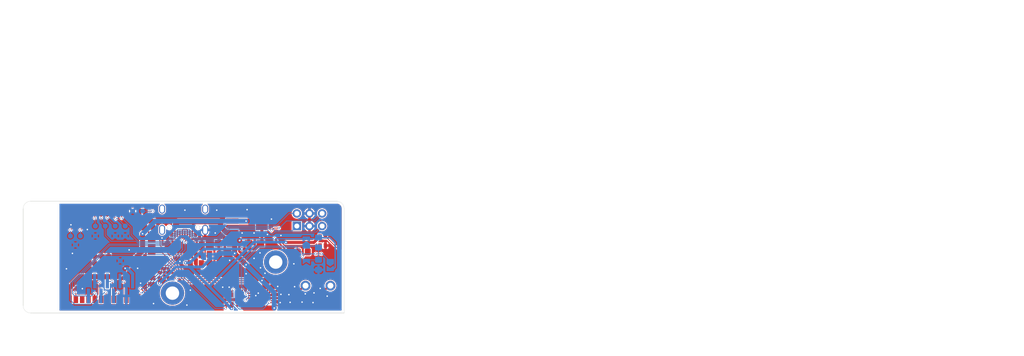
<source format=kicad_pcb>
(kicad_pcb (version 20241229) (generator "pcbnew") (generator_version "9.0")
  (title_block (date "2024-12-31") (rev "v1"))
  (layers (0 "F.Cu" signal) (2 "B.Cu" signal) (13 "F.Paste" user) (15 "B.Paste" user) (5 "F.SilkS" user "F.Silkscreen") (7 "B.SilkS" user "B.Silkscreen") (1 "F.Mask" user) (3 "B.Mask" user) (25 "Edge.Cuts" user))
  (net 0 "")
  (net 1 "/3V3")
  (net 2 "GND")
  (net 3 "/5V")
  (net 4 "Net-(J1-Pin_2)")
  (net 5 "Net-(J1-Pin_1)")
  (net 6 "/SD_MODE")
  (net 7 "/GAIN_SLOT")
  (net 8 "/ESP_LED")
  (net 9 "Net-(USBC1-CC1)")
  (net 10 "Net-(USBC1-CC2)")
  (net 11 "/ESP_PROG")
  (net 12 "/ESP_EN")
  (net 13 "/USB_N")
  (net 14 "/ESP_TXD")
  (net 15 "/ESP_RXD")
  (net 16 "/USB_P")
  (net 17 "/I2S_BCLK")
  (net 18 "/I2S_LRCLK")
  (net 19 "/I2S_DIN")
  (net 26 "/GPIO_21")
  (net 27 "/GPIO_19")
  (net 28 "/GPIO_16")
  (net 29 "/GPIO_17")
  (net 30 "/GPIO_5")
  (net 31 "/GPIO_18")
  (net 33 "/GPIO_25")
  (net 34 "/GPIO_32")
  (net 35 "/GPIO_26")
  (net 37 "/GPIO_33")
  (net 49 "unconnected-(U5-IO48-Pad25)")
  (net 51 "Net-(LED1--)")
  (net 52 "Net-(LED2-K)")
  (net 54 "/WLED_VDD")
  (net 55 "Net-(LED3-DO)")
  (net 56 "/WLED")
  (net 57 "Net-(LED4-DO)")
  (net 58 "/GPIO_34")
  (footprint "easyeda2kicad:LED-SMD_4P-L2.0-W2.0-TL_WS2812B-2020" (layer "F.Cu") (at 135.2 108 90)
    (property "Reference" "LED5" (hide yes))
    (property "Value" "WS2812B-2020")
  )
  (footprint "easyeda2kicad:LED-SMD_4P-L2.0-W2.0-TL_WS2812B-2020" (layer "F.Cu") (at 103.4 114.9 180)
    (property "Reference" "LED3" (hide yes))
    (property "Value" "WS2812B-2020")
  )
  (footprint "easyeda2kicad:R0805" (layer "F.Cu") (at 111.1 114.2 180)
    (property "Reference" "R1" (hide yes))
    (property "Value" "100")
  )
  (footprint "easyeda2kicad:LED-SMD_4P-L2.0-W2.0-TL_WS2812B-2020" (layer "F.Cu") (at 116.4 119.8 -90)
    (property "Reference" "LED4" (hide yes))
    (property "Value" "WS2812B-2020")
  )
  (footprint "easyeda2kicad:CONN-TH_2P-P5.00_WJ128V-5.0-2P" (layer "F.Cu") (at 134.25 117)
    (property "Reference" "J1" (hide yes))
    (property "Value" "Screw_Terminal_01x02")
  )
  (footprint "easyeda2kicad:WIRELM-SMD_ESP32-S3-WROOM-1" (layer "F.Cu") (at 91.9375 111 90)
    (property "Reference" "U5")
    (property "Value" "ESP32-S3-WROOM-1-N4R2")
  )
  (footprint "MountingHole:MountingHole_2.7mm_M2.5_DIN965_Pad" (layer "F.Cu") (at 125.75 112.25)
    (property "Reference" "H1" (hide yes))
    (property "Value" "MountingHole_Pad_MP")
  )
  (footprint "easyeda2kicad:R0805" (layer "F.Cu") (at 109.9 108.7 180)
    (property "Reference" "U3")
    (property "Value" "5k1")
  )
  (footprint "easyeda2kicad:CASE-A_3216" (layer "F.Cu") (at 121.5 108.5 180)
    (property "Reference" "C1" (hide yes))
    (property "Value" "22u (Tantalum)")
  )
  (footprint "LOGO" (layer "F.Cu") (at 111.9 119.6)
    (property "Reference" "G***" (hide yes))
    (property "Value" "LOGO" (hide yes))
  )
  (footprint "easyeda2kicad:LED0805-RD_GREEN" (layer "F.Cu") (at 109.7 112.5 180)
    (property "Reference" "LED2")
    (property "Value" "XL-2012UGC")
  )
  (footprint "easyeda2kicad:R0805" (layer "F.Cu") (at 105 108.7)
    (property "Reference" "U2")
    (property "Value" "5k1")
  )
  (footprint "Resistor_SMD:R_0805_2012Metric_Pad1.20x1.40mm_HandSolder" (layer "F.Cu") (at 131.2 110.2)
    (property "Reference" "R4")
    (property "Value" "DNP")
  )
  (footprint "easyeda2kicad:SOT-223-3_L6.5-W3.4-P2.30-LS7.0-BR" (layer "F.Cu") (at 120 104 180)
    (property "Reference" "U1" (hide yes))
    (property "Value" "AMS1117-3.3")
  )
  (footprint "easyeda2kicad:USB-C_SMD-TYPE-C-31-M-12" (layer "F.Cu") (at 107.25 104.0525 180)
    (property "Reference" "USBC1" (hide yes))
    (property "Value" "TYPE-C-31-M-12")
  )
  (footprint "easyeda2kicad:R0805" (layer "F.Cu") (at 113.45 112.4 180)
    (property "Reference" "R3")
    (property "Value" "100")
  )
  (footprint "MountingHole:MountingHole_2.7mm_M2.5_DIN965_Pad" (layer "F.Cu") (at 105 118.5)
    (property "Reference" "H3" (hide yes))
    (property "Value" "MountingHole_Pad_MP")
  )
  (footprint "Connector_PinHeader_2.54mm:PinHeader_2x03_P2.54mm_Vertical" (layer "F.Cu") (at 130 105 90)
    (property "Reference" "J3")
    (property "Value" "Conn_02x03_Counter_Clockwise")
  )
  (footprint "easyeda2kicad:C0805" (layer "F.Cu") (at 125.6 115.9)
    (property "Reference" "C3")
    (property "Value" "10u")
  )
  (footprint "easyeda2kicad:C0805" (layer "F.Cu") (at 118.5 119.5 -90)
    (property "Reference" "C6")
    (property "Value" "0.1u")
  )
  (footprint "easyeda2kicad:TQFN-16_L3.0-W3.0-P0.50-BL-EP1.5" (layer "F.Cu") (at 122 118.75 -90)
    (property "Reference" "U4" (hide yes))
    (property "Value" "MAX98357AETE+T")
  )
  (footprint "easyeda2kicad:R0805" (layer "F.Cu") (at 113.45 110.7 180)
    (property "Reference" "R8")
    (property "Value" "100")
  )
  (footprint "easyeda2kicad:CASE-A_3216" (layer "F.Cu") (at 115.5 108.5 180)
    (property "Reference" "C2" (hide yes))
    (property "Value" "22u (Tantalum)")
  )
  (footprint "easyeda2kicad:LED0805-R-RD" (layer "F.Cu") (at 109.7 110.8 180)
    (property "Reference" "LED1")
    (property "Value" "FC-2012HRK-620D")
  )
  (footprint "TestPoint:TestPoint_Pad_D1.0mm" (layer "B.Cu") (at 97 102 180)
    (property "Reference" "TP19" (hide yes))
    (property "Value" "TestPoint")
  )
  (footprint "TestPoint:TestPoint_Pad_D1.0mm" (layer "B.Cu") (at 89.5 105 180)
    (property "Reference" "TP2")
    (property "Value" "TestPoint")
  )
  (footprint "Resistor_SMD:R_0805_2012Metric_Pad1.20x1.40mm_HandSolder" (layer "B.Cu") (at 134.35 108.3 -90)
    (property "Reference" "R5")
    (property "Value" "DNP")
  )
  (footprint "TestPoint:TestPoint_Pad_D1.0mm" (layer "B.Cu") (at 93.5 105 180)
    (property "Reference" "TP5")
    (property "Value" "TestPoint")
  )
  (footprint "TestPoint:TestPoint_Pad_D1.0mm" (layer "B.Cu") (at 85.5 108.8 180)
    (property "Reference" "TP17")
    (property "Value" "TestPoint")
  )
  (footprint "Jumper:SolderJumper-2_P1.3mm_Open_TrianglePad1.0x1.5mm" (layer "B.Cu") (at 131.9 108.3 90)
    (property "Reference" "JP3")
    (property "Value" "SolderJumper_2_Open")
  )
  (footprint "Connector_PinHeader_1.27mm:PinHeader_1x08_P1.27mm_Vertical_SMD_Pin1Right" (layer "B.Cu") (at 92.55 117.55 90)
    (property "Reference" "J2")
    (property "Value" "Conn_01x08_Pin")
  )
  (footprint "TestPoint:TestPoint_Pad_D1.0mm" (layer "B.Cu") (at 84.5 107 180)
    (property "Reference" "TP16")
    (property "Value" "TestPoint")
  )
  (footprint "TestPoint:TestPoint_Pad_D1.0mm" (layer "B.Cu") (at 94.5 112 180)
    (property "Reference" "TP1")
    (property "Value" "TestPoint")
  )
  (footprint "TestPoint:TestPoint_Pad_D1.0mm" (layer "B.Cu") (at 99 102 180)
    (property "Reference" "TP18" (hide yes))
    (property "Value" "TestPoint")
  )
  (footprint "TestPoint:TestPoint_Pad_D1.0mm" (layer "B.Cu") (at 95.5 105 180)
    (property "Reference" "TP12")
    (property "Value" "TestPoint")
  )
  (footprint "Jumper:SolderJumper-2_P1.3mm_Open_TrianglePad1.0x1.5mm" (layer "B.Cu") (at 131.9 112.8 90)
    (property "Reference" "JP2")
    (property "Value" "SolderJumper_2_Open")
  )
  (footprint "TestPoint:TestPoint_Pad_D1.0mm" (layer "B.Cu") (at 93.5 107 180)
    (property "Reference" "TP6")
    (property "Value" "TestPoint")
  )
  (footprint "Jumper:SolderJumper-3_P1.3mm_Bridged2Bar12_RoundedPad1.0x1.5mm_NumberLabels" (layer "B.Cu") (at 112.5 111.1 180)
    (property "Reference" "JP6")
    (property "Value" "Jumper_3_Bridged12")
  )
  (footprint "TestPoint:TestPoint_Pad_D1.0mm" (layer "B.Cu") (at 86.5 107 180)
    (property "Reference" "TP15")
    (property "Value" "TestPoint")
  )
  (footprint "TestPoint:TestPoint_Pad_D1.0mm" (layer "B.Cu") (at 95.5 107 180)
    (property "Reference" "TP4")
    (property "Value" "TestPoint")
  )
  (footprint "Jumper:SolderJumper-2_P1.3mm_Open_TrianglePad1.0x1.5mm" (layer "B.Cu") (at 136.7 112.85 -90)
    (property "Reference" "JP1")
    (property "Value" "SolderJumper_2_Open")
  )
  (footprint "TestPoint:TestPoint_Pad_D1.0mm" (layer "B.Cu") (at 91.5 105 180)
    (property "Reference" "TP3")
    (property "Value" "TestPoint")
  )
  (footprint "Resistor_SMD:R_0805_2012Metric_Pad1.20x1.40mm_HandSolder" (layer "B.Cu") (at 134.35 112.8 -90)
    (property "Reference" "R6")
    (property "Value" "DNP")
  )
  (footprint "TestPoint:TestPoint_Pad_D1.0mm" (layer "B.Cu") (at 89.5 107 180)
    (property "Reference" "TP13")
    (property "Value" "TestPoint")
  )
  (gr_line (start 139.5 122.5) (end 76.5 122.5) (stroke (width 0.1)) (layer "Edge.Cuts"))
  (gr_arc (start 74.999999 101.499999) (mid 75.439339 100.439339) (end 76.499999 99.999999) (stroke (width 0.05)) (layer "Edge.Cuts"))
  (gr_arc (start 76.5 122.5) (mid 75.43934 122.06066) (end 75 121) (stroke (width 0.05)) (layer "Edge.Cuts"))
  (gr_line (start 139.5 122.5) (end 139.5 101.5) (stroke (width 0.05)) (layer "Edge.Cuts"))
  (gr_arc (start 138.093204 100) (mid 139.093272 100.471764) (end 139.5 101.5) (stroke (width 0.05)) (layer "Edge.Cuts"))
  (gr_line (start 76.499999 99.999999) (end 138.093204 100) (stroke (width 0.1)) (layer "Edge.Cuts"))
  (gr_line (start 75 121) (end 74.999999 101.499999) (stroke (width 0.1)) (layer "Edge.Cuts"))
  (segment (start 108.6 112.5) (end 108.6 112.7) (width 0.6) (layer "F.Cu") (net 1))
  (segment (start 84.3175 119.75) (end 84.3175 117.3825) (width 0.8) (layer "F.Cu") (net 1))
  (segment (start 121.6 109.6) (end 122.7 108.5) (width 0.6) (layer "F.Cu") (net 1))
  (segment (start 122.97 104) (end 122.97 108.23) (width 0.6) (layer "F.Cu") (net 1))
  (segment (start 118.95 109.6) (end 121.6 109.6) (width 0.6) (layer "F.Cu") (net 1))
  (segment (start 84.3175 117.3825) (end 86.5 115.2) (width 1) (layer "F.Cu") (net 1))
  (segment (start 108.6 112.7) (end 110.1 114.2) (width 0.6) (layer "F.Cu") (net 1))
  (segment (start 99 110) (end 99 106.55) (width 1) (layer "F.Cu") (net 1))
  (segment (start 93.8 115.2) (end 99 110) (width 1) (layer "F.Cu") (net 1))
  (segment (start 86.5 115.2) (end 93.8 115.2) (width 1) (layer "F.Cu") (net 1))
  (segment (start 107.6 112.4) (end 108.5 112.4) (width 0.6) (layer "F.Cu") (net 1))
  (segment (start 108.5 112.4) (end 108.6 112.5) (width 0.6) (layer "F.Cu") (net 1))
  (segment (start 117.03 104) (end 122.97 104) (width 1) (layer "F.Cu") (net 1))
  (via (at 118.95 109.6) (size 0.6) (drill 0.3) (layers "F.Cu" "B.Cu") (net 1))
  (via (at 99 106.55) (size 0.6) (drill 0.3) (layers "F.Cu" "B.Cu") (net 1))
  (via (at 107.6 112.4) (size 0.6) (drill 0.3) (layers "F.Cu" "B.Cu") (net 1))
  (via (at 119.8 104) (size 0.6) (drill 0.3) (layers "F.Cu" "B.Cu") (net 1))
  (via (at 95.5 113.5) (size 0.6) (drill 0.3) (layers "F.Cu" "B.Cu") (net 1))
  (segment (start 101.55 104) (end 119.8 104) (width 1) (layer "B.Cu") (net 1))
  (segment (start 111.2 111.1) (end 110.55 110.45) (width 0.6) (layer "B.Cu") (net 1))
  (segment (start 111.3 109.6) (end 118.95 109.6) (width 0.6) (layer "B.Cu") (net 1))
  (segment (start 95.9 113.5) (end 96.995 114.595) (width 0.7) (layer "B.Cu") (net 1))
  (segment (start 108.5 112.4) (end 110.55 110.35) (width 0.6) (layer "B.Cu") (net 1))
  (segment (start 110.55 110.35) (end 111.3 109.6) (width 0.6) (layer "B.Cu") (net 1))
  (segment (start 111.2 111.1) (end 111.2 111.125) (width 0.6) (layer "B.Cu") (net 1))
  (segment (start 111.2 111.125) (end 111.35 111.275) (width 0.6) (layer "B.Cu") (net 1))
  (segment (start 110.55 110.45) (end 110.55 110.35) (width 0.6) (layer "B.Cu") (net 1))
  (segment (start 99 106.55) (end 101.55 104) (width 1) (layer "B.Cu") (net 1))
  (segment (start 95.9 113.5) (end 95.5 113.5) (width 0.7) (layer "B.Cu") (net 1))
  (segment (start 107.6 112.4) (end 108.5 112.4) (width 0.6) (layer "B.Cu") (net 1))
  (segment (start 96.995 116.05) (end 96.995 114.595) (width 0.3) (layer "B.Cu") (net 1))
  (segment (start 121.75 117.25) (end 121.75 118.5) (width 0.16) (layer "F.Cu") (net 2))
  (segment (start 120.5 119) (end 121.75 119) (width 0.16) (layer "F.Cu") (net 2))
  (segment (start 123.5 118.5) (end 122.25 118.5) (width 0.16) (layer "F.Cu") (net 2))
  (via (at 101.2 120.6) (size 0.6) (drill 0.3) (layers "F.Cu" "B.Cu") (net 2))
  (via (at 83.7 113.6) (size 0.6) (drill 0.3) (layers "F.Cu" "B.Cu") (net 2))
  (via (at 134.7 117.55) (size 0.6) (drill 0.3) (layers "F.Cu" "B.Cu") (net 2))
  (via (at 84.6 104.75) (size 0.6) (drill 0.3) (layers "F.Cu" "B.Cu") (net 2))
  (via (at 86.9 117.6) (size 0.6) (drill 0.3) (layers "F.Cu" "B.Cu") (net 2))
  (via (at 123.6 114.5) (size 0.6) (drill 0.3) (layers "F.Cu" "B.Cu") (net 2))
  (via (at 126.8 118.75) (size 0.6) (drill 0.3) (layers "F.Cu" "B.Cu") (net 2))
  (via (at 121.75 119) (size 0.6) (drill 0.3) (layers "F.Cu" "B.Cu") (net 2))
  (via (at 116.5 111.9) (size 0.6) (drill 0.3) (layers "F.Cu" "B.Cu") (net 2))
  (via (at 122.6 110.4) (size 0.6) (drill 0.3) (layers "F.Cu" "B.Cu") (net 2))
  (via (at 128.4 118.8) (size 0.6) (drill 0.3) (layers "F.Cu" "B.Cu") (net 2))
  (via (at 119 106.4) (size 0.6) (drill 0.3) (layers "F.Cu" "B.Cu") (net 2))
  (via (at 121.4 106.4) (size 0.6) (drill 0.3) (layers "F.Cu" "B.Cu") (net 2))
  (via (at 131.05 120.3) (size 0.6) (drill 0.3) (layers "F.Cu" "B.Cu") (net 2))
  (via (at 107.5 101.8) (size 0.6) (drill 0.3) (layers "F.Cu" "B.Cu") (net 2))
  (via (at 87.9 105.7) (size 0.6) (drill 0.3) (layers "F.Cu" "B.Cu") (net 2))
  (via (at 126.65 120.4) (size 0.6) (drill 0.3) (layers "F.Cu" "B.Cu") (net 2))
  (via (at 131.7 118.65) (size 0.6) (drill 0.3) (layers "F.Cu" "B.Cu") (net 2))
  (via (at 133.25 120.4) (size 0.6) (drill 0.3) (layers "F.Cu" "B.Cu") (net 2))
  (via (at 133.45 118.45) (size 0.6) (drill 0.3) (layers "F.Cu" "B.Cu") (net 2))
  (via (at 84.9 110.5) (size 0.6) (drill 0.3) (layers "F.Cu" "B.Cu") (net 2))
  (via (at 113.9 101.8) (size 0.6) (drill 0.3) (layers "F.Cu" "B.Cu") (net 2))
  (via (at 108.6 117.9) (size 0.6) (drill 0.3) (layers "F.Cu" "B.Cu") (net 2))
  (via (at 129.4 112.6) (size 0.6) (drill 0.3) (layers "F.Cu" "B.Cu") (net 2))
  (via (at 122.7 113.4) (size 0.6) (drill 0.3) (layers "F.Cu" "B.Cu") (net 2))
  (via (at 107.9 120.9) (size 0.6) (drill 0.3) (layers "F.Cu" "B.Cu") (net 2))
  (via (at 96.3 109.8) (size 0.6) (drill 0.3) (layers "F.Cu" "B.Cu") (net 2))
  (via (at 126.8 106.9) (size 0.6) (drill 0.3) (layers "F.Cu" "B.Cu") (net 2))
  (via (at 98.6 116.5) (size 0.6) (drill 0.3) (layers "F.Cu" "B.Cu") (net 2))
  (via (at 126.15 117.15) (size 0.6) (drill 0.3) (layers "F.Cu" "B.Cu") (net 2))
  (via (at 102.9 107.4) (size 0.6) (drill 0.3) (layers "F.Cu" "B.Cu") (net 2))
  (via (at 128.65 120.35) (size 0.6) (drill 0.3) (layers "F.Cu" "B.Cu") (net 2))
  (via (at 119.8 114.6) (size 0.6) (drill 0.3) (layers "F.Cu" "B.Cu") (net 2))
  (via (at 120 101.7) (size 0.6) (drill 0.3) (layers "F.Cu" "B.Cu") (net 2))
  (via (at 98 113.5) (size 0.6) (drill 0.3) (layers "F.Cu" "B.Cu") (net 2))
  (via (at 124.9 103.6) (size 0.6) (drill 0.3) (layers "F.Cu" "B.Cu") (net 2))
  (via (at 129.55 117.2) (size 0.6) (drill 0.3) (layers "F.Cu" "B.Cu") (net 2))
  (via (at 113.6 106.4) (size 0.6) (drill 0.3) (layers "F.Cu" "B.Cu") (net 2))
  (via (at 116.4 117.3) (size 0.6) (drill 0.3) (layers "F.Cu" "B.Cu") (net 2))
  (via (at 136.1 119.1) (size 0.6) (drill 0.3) (layers "F.Cu" "B.Cu") (net 2))
  (via (at 122.25 118.5) (size 0.6) (drill 0.3) (layers "F.Cu" "B.Cu") (net 2))
  (via (at 115.1 117.3) (size 0.6) (drill 0.3) (layers "F.Cu" "B.Cu") (net 2))
  (via (at 106.5 112.1) (size 0.6) (drill 0.3) (layers "F.Cu" "B.Cu") (net 2))
  (via (at 121.4 111.5) (size 0.6) (drill 0.3) (layers "F.Cu" "B.Cu") (net 2))
  (via (at 124.1 106.7) (size 0.6) (drill 0.3) (layers "F.Cu" "B.Cu") (net 2))
  (segment (start 106.1625 104.1375) (end 105.6 104.7) (width 1) (layer "F.Cu") (net 3))
  (segment (start 116.56 107.86) (end 117.5 108.8) (width 1) (layer "F.Cu") (net 3))
  (segment (start 105.6 105.108516) (end 105.6 104.7) (width 0.3) (layer "F.Cu") (net 3))
  (segment (start 109.8 106.008516) (end 109.2 105.408516) (width 0.3) (layer "F.Cu") (net 3))
  (segment (start 114.71 104.51) (end 114.3375 104.1375) (width 1) (layer "F.Cu") (net 3))
  (segment (start 105 105.708516) (end 105.6 105.108516) (width 0.3) (layer "F.Cu") (net 3))
  (segment (start 117.5 108.8) (end 118.4 107.9) (width 1) (layer "F.Cu") (net 3))
  (segment (start 122.25 120.25) (end 122.25 121.45) (width 0.2) (layer "F.Cu") (net 3))
  (segment (start 119.8 112.8) (end 117.5 110.5) (width 1) (layer "F.Cu") (net 3))
  (segment (start 115.86 106.3) (end 116.56 106.3) (width 1) (layer "F.Cu") (net 3))
  (segment (start 122.75 120.25) (end 122.75 121.5) (width 0.2) (layer "F.Cu") (net 3))
  (segment (start 116.56 107.45) (end 116.56 107.86) (width 1) (layer "F.Cu") (net 3))
  (segment (start 109.2 104.1375) (end 106.1625 104.1375) (width 1) (layer "F.Cu") (net 3))
  (segment (start 105 106.5225) (end 105 105.708516) (width 0.3) (layer "F.Cu") (net 3))
  (segment (start 114.71 105.15) (end 115.86 106.3) (width 1) (layer "F.Cu") (net 3))
  (segment (start 123 115.95) (end 124.32 115.95) (width 1) (layer "F.Cu") (net 3))
  (segment (start 116.56 106.3) (end 116.56 107.45) (width 1) (layer "F.Cu") (net 3))
  (segment (start 117.5 110.5) (end 117.5 108.8) (width 1) (layer "F.Cu") (net 3))
  (segment (start 118.4 107.9) (end 118.5 107.9) (width 1) (layer "F.Cu") (net 3))
  (segment (start 128.2 110.2) (end 125.5 107.5) (width 0.3) (layer "F.Cu") (net 3))
  (segment (start 119.5 121.5) (end 118.5 120.5) (width 1) (layer "F.Cu") (net 3))
  (segment (start 116.56 107.45) (end 116.56 108.36) (width 1) (layer "F.Cu") (net 3))
  (segment (start 114.71 104.51) (end 114.71 105.15) (width 1) (layer "F.Cu") (net 3))
  (segment (start 125.45 121.5) (end 119.5 121.5) (width 1) (layer "F.Cu") (net 3))
  (segment (start 114.3375 104.1375) (end 109.2 104.1375) (width 1) (layer "F.Cu") (net 3))
  (segment (start 130.2 110.2) (end 128.2 110.2) (width 0.3) (layer "F.Cu") (net 3))
  (segment (start 109.8 106.5225) (end 109.8 106.008516) (width 0.3) (layer "F.Cu") (net 3))
  (segment (start 109.2 105.408516) (end 109.2 104.1375) (width 0.5) (layer "F.Cu") (net 3))
  (via (at 119.8 112.8) (size 0.6) (drill 0.3) (layers "F.Cu" "B.Cu") (net 3))
  (via micro (at 125.5 107.5) (size 0.45) (drill 0.3) (layers "F.Cu" "B.Cu") (net 3))
  (via (at 125.45 121.5) (size 0.6) (drill 0.3) (layers "F.Cu" "B.Cu") (net 3))
  (via (at 123 115.95) (size 0.6) (drill 0.3) (layers "F.Cu" "B.Cu") (net 3))
  (via (at 117.5 110.5) (size 0.6) (drill 0.3) (layers "F.Cu" "B.Cu") (net 3))
  (via (at 118.5 107.9) (size 0.6) (drill 0.3) (layers "F.Cu" "B.Cu") (net 3))
  (segment (start 136.7 113.575) (end 137.455 113.575) (width 0.3) (layer "B.Cu") (net 3))
  (segment (start 131.9 107.575) (end 134.075 107.575) (width 0.3) (layer "B.Cu") (net 3))
  (segment (start 119.85 112.8) (end 125.45 118.4) (width 1) (layer "B.Cu") (net 3))
  (segment (start 131.9 107.575) (end 118.825 107.575) (width 0.3) (layer "B.Cu") (net 3))
  (segment (start 137.705 108.355) (end 136.7 107.35) (width 0.3) (layer "B.Cu") (net 3))
  (segment (start 125.45 118.4) (end 125.45 121.5) (width 1) (layer "B.Cu") (net 3))
  (segment (start 119.8 112.8) (end 119.85 112.8) (width 1) (layer "B.Cu") (net 3))
  (segment (start 117.5 110.5) (end 114.520097 110.5) (width 1) (layer "B.Cu") (net 3))
  (segment (start 137.705 113.325) (end 137.705 108.355) (width 0.3) (layer "B.Cu") (net 3))
  (segment (start 114.520097 110.5) (end 113.9 111.120097) (width 1) (layer "B.Cu") (net 3))
  (segment (start 137.455 113.575) (end 137.705 113.325) (width 0.3) (layer "B.Cu") (net 3))
  (segment (start 136.7 107.35) (end 134.4 107.35) (width 0.3) (layer "B.Cu") (net 3))
  (segment (start 118.825 107.575) (end 118.5 107.9) (width 0.3) (layer "B.Cu") (net 3))
  (segment (start 124.25 119.5) (end 134 119.5) (width 0.4) (layer "F.Cu") (net 4))
  (segment (start 134 119.5) (end 136.5 117) (width 0.4) (layer "F.Cu") (net 4))
  (segment (start 124.25 119.5) (end 123.5 119.5) (width 0.2) (layer "F.Cu") (net 4))
  (segment (start 131.5 117) (end 130.45 118.05) (width 0.4) (layer "F.Cu") (net 5))
  (segment (start 123.85 119) (end 123.5 119) (width 0.2) (layer "F.Cu") (net 5))
  (segment (start 124.8 118.05) (end 124.4 118.45) (width 0.4) (layer "F.Cu") (net 5))
  (segment (start 124.4 118.45) (end 123.85 119) (width 0.3) (layer "F.Cu") (net 5))
  (segment (start 130.45 118.05) (end 124.8 118.05) (width 0.4) (layer "F.Cu") (net 5))
  (segment (start 119.7 119.9) (end 120.1 119.5) (width 0.16) (layer "F.Cu") (net 6))
  (segment (start 132.1 110.2) (end 131.2 111.1) (width 0.16) (layer "F.Cu") (net 6))
  (segment (start 120.1 119.5) (end 120.5 119.5) (width 0.16) (layer "F.Cu") (net 6))
  (segment (start 132.2 110.2) (end 132.1 110.2) (width 0.16) (layer "F.Cu") (net 6))
  (segment (start 133.8 110.6) (end 134.9 110.6) (width 0.16) (layer "F.Cu") (net 6))
  (via micro (at 133.8 110.6) (size 0.45) (drill 0.3) (layers "F.Cu" "B.Cu") (net 6))
  (via micro (at 119.7 119.9) (size 0.45) (drill 0.3) (layers "F.Cu" "B.Cu") (net 6))
  (via micro (at 134.9 110.6) (size 0.45) (drill 0.3) (layers "F.Cu" "B.Cu") (net 6))
  (via micro (at 131.2 111.1) (size 0.45) (drill 0.3) (layers "F.Cu" "B.Cu") (net 6))
  (segment (start 119 117.111177) (end 120.33 118.441177) (width 0.16) (layer "B.Cu") (net 6))
  (segment (start 131.2 110.715) (end 131.315 110.6) (width 0.16) (layer "B.Cu") (net 6))
  (segment (start 130 109.285) (end 122.325 109.285) (width 0.16) (layer "B.Cu") (net 6))
  (segment (start 131.315 110.6) (end 130 109.285) (width 0.16) (layer "B.Cu") (net 6))
  (segment (start 134.9 110.6) (end 135 110.5) (width 0.16) (layer "B.Cu") (net 6))
  (segment (start 131.2 111.1) (end 131.2 110.715) (width 0.16) (layer "B.Cu") (net 6))
  (segment (start 135.075 110.5) (end 136.7 112.125) (width 0.16) (layer "B.Cu") (net 6))
  (segment (start 133.8 110.6) (end 131.315 110.6) (width 0.16) (layer "B.Cu") (net 6))
  (segment (start 122.325 109.285) (end 119 112.61) (width 0.16) (layer "B.Cu") (net 6))
  (segment (start 135 110.5) (end 135.075 110.5) (width 0.16) (layer "B.Cu") (net 6))
  (segment (start 120.33 119.27) (end 119.7 119.9) (width 0.16) (layer "B.Cu") (net 6))
  (segment (start 120.33 118.441177) (end 120.33 119.27) (width 0.16) (layer "B.Cu") (net 6))
  (segment (start 119 112.61) (end 119 117.111177) (width 0.16) (layer "B.Cu") (net 6))
  (segment (start 119.89 118.5) (end 120.5 118.5) (width 0.16) (layer "F.Cu") (net 7))
  (segment (start 119.8 118.59) (end 119.89 118.5) (width 0.16) (layer "F.Cu") (net 7))
  (via micro (at 119.8 118.59) (size 0.45) (drill 0.3) (layers "F.Cu" "B.Cu") (net 7))
  (segment (start 122.217304 109.025) (end 131.9 109.025) (width 0.16) (layer "B.Cu") (net 7))
  (segment (start 131.9 109.025) (end 134.075 109.025) (width 0.16) (layer "B.Cu") (net 7))
  (segment (start 119.8 118.59) (end 119.8 118.3) (width 0.16) (layer "B.Cu") (net 7))
  (segment (start 118.739999 112.502305) (end 122.217304 109.025) (width 0.16) (layer "B.Cu") (net 7))
  (segment (start 119.8 118.3) (end 118.739999 117.239999) (width 0.16) (layer "B.Cu") (net 7))
  (segment (start 118.739999 117.239999) (end 118.739999 112.502305) (width 0.16) (layer "B.Cu") (net 7))
  (segment (start 134.35 109.3) (end 134.35 111.8) (width 0.16) (layer "B.Cu") (net 7))
  (segment (start 134.35 111.8) (end 132.175 111.8) (width 0.16) (layer "B.Cu") (net 7))
  (segment (start 102.53 107.9725) (end 101.1075 106.55) (width 0.16) (layer "F.Cu") (net 8))
  (segment (start 102.53 108.93) (end 102.53 107.9725) (width 0.16) (layer "F.Cu") (net 8))
  (segment (start 103.4 109.8) (end 104.4 110.8) (width 0.16) (layer "F.Cu") (net 8))
  (segment (start 104.4 110.8) (end 108.65 110.8) (width 0.16) (layer "F.Cu") (net 8))
  (segment (start 103.4 109.8) (end 102.53 108.93) (width 0.16) (layer "F.Cu") (net 8))
  (segment (start 101.1075 106.55) (end 100.8275 106.55) (width 0.16) (layer "F.Cu") (net 8))
  (segment (start 108.5 106.5225) (end 108.5 108.3) (width 0.16) (layer "F.Cu") (net 9))
  (segment (start 108.5 108.3) (end 108.9 108.7) (width 0.16) (layer "F.Cu") (net 9))
  (segment (start 105.5 108.2) (end 106 108.7) (width 0.16) (layer "F.Cu") (net 10))
  (segment (start 105.5 106.5225) (end 105.5 108.2) (width 0.16) (layer "F.Cu") (net 10))
  (segment (start 99.8075 102) (end 99.5575 102.25) (width 0.16) (layer "F.Cu") (net 11))
  (segment (start 101 102) (end 99.8075 102) (width 0.16) (layer "F.Cu") (net 11))
  (via micro (at 101 102) (size 0.45) (drill 0.3) (layers "F.Cu" "B.Cu") (net 11))
  (segment (start 99 102) (end 101 102) (width 0.16) (layer "B.Cu") (net 11))
  (segment (start 85.5875 119.75) (end 85.5875 118.5875) (width 0.16) (layer "F.Cu") (net 12))
  (segment (start 111.11 115.19) (end 112.1 114.2) (width 0.16) (layer "F.Cu") (net 12))
  (segment (start 104.7 111.540344) (end 108.349656 115.19) (width 0.16) (layer "F.Cu") (net 12))
  (segment (start 104.7 111.3) (end 104.7 111.540344) (width 0.16) (layer "F.Cu") (net 12))
  (segment (start 85.5875 118.5875) (end 85.4 118.4) (width 0.16) (layer "F.Cu") (net 12))
  (segment (start 108.349656 115.19) (end 111.11 115.19) (width 0.16) (layer "F.Cu") (net 12))
  (via micro (at 85.4 118.4) (size 0.45) (drill 0.3) (layers "F.Cu" "B.Cu") (net 12))
  (via micro (at 104.7 111.3) (size 0.45) (drill 0.3) (layers "F.Cu" "B.Cu") (net 12))
  (segment (start 104.1 110.7) (end 104.7 111.3) (width 0.16) (layer "B.Cu") (net 12))
  (segment (start 90.93822 110.7) (end 104.1 110.7) (width 0.16) (layer "B.Cu") (net 12))
  (segment (start 85.4 118.4) (end 85.4 116.23822) (width 0.16) (layer "B.Cu") (net 12))
  (segment (start 85.4 116.23822) (end 90.93822 110.7) (width 0.16) (layer "B.Cu") (net 12))
  (segment (start 107.975 107.0475) (end 107.975 107.645647) (width 0.2) (layer "F.Cu") (net 13))
  (segment (start 98.2875 118.9025) (end 98.2875 119.75) (width 0.2) (layer "F.Cu") (net 13))
  (segment (start 107.15 105.6725) (end 107.85 105.6725) (width 0.2) (layer "F.Cu") (net 13))
  (segment (start 107.547488 108.073159) (end 107.547488 108.249936) (width 0.2) (layer "F.Cu") (net 13))
  (segment (start 98.68 118.51) (end 98.2875 118.9025) (width 0.2) (layer "F.Cu") (net 13))
  (segment (start 107.85 105.6725) (end 108 105.8225) (width 0.2) (layer "F.Cu") (net 13))
  (segment (start 108 106.5225) (end 108 107.0225) (width 0.2) (layer "F.Cu") (net 13))
  (segment (start 107.975 107.645647) (end 107.547488 108.073159) (width 0.2) (layer "F.Cu") (net 13))
  (segment (start 108 107.0225) (end 107.975 107.0475) (width 0.2) (layer "F.Cu") (net 13))
  (segment (start 108 105.8225) (end 108 106.5225) (width 0.2) (layer "F.Cu") (net 13))
  (segment (start 107 106.5225) (end 107 105.8225) (width 0.2) (layer "F.Cu") (net 13))
  (segment (start 107 105.8225) (end 107.15 105.6725) (width 0.2) (layer "F.Cu") (net 13))
  (via micro (at 107.547488 108.249936) (size 0.45) (drill 0.3) (layers "F.Cu" "B.Cu") (net 13))
  (via micro (at 98.68 118.51) (size 0.45) (drill 0.3) (layers "F.Cu" "B.Cu") (net 13))
  (segment (start 107.547488 109.797512) (end 107.547488 108.249936) (width 0.2) (layer "B.Cu") (net 13))
  (segment (start 98.68 118.51) (end 98.835 118.51) (width 0.2) (layer "B.Cu") (net 13))
  (segment (start 98.835 118.51) (end 107.547488 109.797512) (width 0.2) (layer "B.Cu") (net 13))
  (segment (start 86.8575 102.25) (end 86.8575 103.4425) (width 0.16) (layer "F.Cu") (net 14))
  (segment (start 86.8575 103.4425) (end 84.5 105.8) (width 0.16) (layer "F.Cu") (net 14))
  (via micro (at 84.5 105.8) (size 0.45) (drill 0.3) (layers "F.Cu" "B.Cu") (net 14))
  (segment (start 84.5 105.8) (end 84.5 107) (width 0.16) (layer "B.Cu") (net 14))
  (segment (start 88.1275 102.25) (end 88.1275 104.1725) (width 0.16) (layer "F.Cu") (net 15))
  (segment (start 88.1275 104.1725) (end 86.5 105.8) (width 0.16) (layer "F.Cu") (net 15))
  (via micro (at 86.5 105.8) (size 0.45) (drill 0.3) (layers "F.Cu" "B.Cu") (net 15))
  (segment (start 86.5 105.8) (end 86.5 107) (width 0.16) (layer "B.Cu") (net 15))
  (segment (start 107.229289 107.75496) (end 107.052512 107.75496) (width 0.2) (layer "F.Cu") (net 16))
  (segment (start 106.5 106.5225) (end 106.5 107.2) (width 0.2) (layer "F.Cu") (net 16))
  (segment (start 107.35 107.3725) (end 107.5 107.2225) (width 0.2) (layer "F.Cu") (net 16))
  (segment (start 107.5 107.0225) (end 107.525 107.0475) (width 0.2) (layer "F.Cu") (net 16))
  (segment (start 106.6725 107.3725) (end 107.35 107.3725) (width 0.2) (layer "F.Cu") (net 16))
  (segment (start 107.525 107.0475) (end 107.525 107.459249) (width 0.2) (layer "F.Cu") (net 16))
  (segment (start 107.5 106.5225) (end 107.5 107.0225) (width 0.2) (layer "F.Cu") (net 16))
  (segment (start 99.5575 118.482862) (end 99.5575 119.75) (width 0.2) (layer "F.Cu") (net 16))
  (segment (start 106.5 107.2) (end 106.6725 107.3725) (width 0.2) (layer "F.Cu") (net 16))
  (segment (start 107.525 107.459249) (end 107.229289 107.75496) (width 0.2) (layer "F.Cu") (net 16))
  (segment (start 107.5 107.2225) (end 107.5 106.5225) (width 0.2) (layer "F.Cu") (net 16))
  (segment (start 98.56 117.61) (end 98.684638 117.61) (width 0.2) (layer "F.Cu") (net 16))
  (segment (start 98.684638 117.61) (end 99.5575 118.482862) (width 0.2) (layer "F.Cu") (net 16))
  (via micro (at 98.56 117.61) (size 0.45) (drill 0.3) (layers "F.Cu" "B.Cu") (net 16))
  (via micro (at 107.052512 107.75496) (size 0.45) (drill 0.3) (layers "F.Cu" "B.Cu") (net 16))
  (segment (start 107.047488 107.759984) (end 107.052512 107.75496) (width 0.2) (layer "B.Cu") (net 16))
  (segment (start 98.56 117.61) (end 98.57 117.6) (width 0.2) (layer "B.Cu") (net 16))
  (segment (start 98.57 117.6) (end 99.165736 117.6) (width 0.2) (layer "B.Cu") (net 16))
  (segment (start 107.047488 109.718248) (end 107.047488 107.759984) (width 0.2) (layer "B.Cu") (net 16))
  (segment (start 99.165736 117.6) (end 107.047488 109.718248) (width 0.2) (layer "B.Cu") (net 16))
  (segment (start 100.8275 111.63) (end 103.63 111.63) (width 0.16) (layer "F.Cu") (net 17))
  (segment (start 108.01 116.01) (end 120.41 116.01) (width 0.16) (layer "F.Cu") (net 17))
  (segment (start 121.25 116.85) (end 121.25 117.25) (width 0.16) (layer "F.Cu") (net 17))
  (segment (start 120.41 116.01) (end 121.25 116.85) (width 0.16) (layer "F.Cu") (net 17))
  (segment (start 103.63 111.63) (end 108.01 116.01) (width 0.16) (layer "F.Cu") (net 17))
  (segment (start 108.179828 115.6) (end 102.949828 110.37) (width 0.16) (layer "F.Cu") (net 18))
  (segment (start 102.949828 110.37) (end 100.8275 110.37) (width 0.16) (layer "F.Cu") (net 18))
  (segment (start 122.25 117.25) (end 122.25 116.665) (width 0.16) (layer "F.Cu") (net 18))
  (segment (start 121.185 115.6) (end 108.179828 115.6) (width 0.16) (layer "F.Cu") (net 18))
  (segment (start 122.25 116.665) (end 121.185 115.6) (width 0.16) (layer "F.Cu") (net 18))
  (segment (start 100.8275 112.91) (end 104.330172 112.91) (width 0.16) (layer "F.Cu") (net 19))
  (segment (start 119.72 116.42) (end 120.5 117.2) (width 0.16) (layer "F.Cu") (net 19))
  (segment (start 107.840172 116.42) (end 119.72 116.42) (width 0.16) (layer "F.Cu") (net 19))
  (segment (start 104.330172 112.91) (end 107.840172 116.42) (width 0.16) (layer "F.Cu") (net 19))
  (segment (start 120.5 117.2) (end 120.5 118) (width 0.16) (layer "F.Cu") (net 19))
  (segment (start 89.3975 103.4) (end 89.3975 102.25) (width 0.16) (layer "F.Cu") (net 26))
  (via micro (at 89.3975 103.4) (size 0.45) (drill 0.3) (layers "F.Cu" "B.Cu") (net 26))
  (segment (start 89.3975 103.4) (end 89.5 103.5025) (width 0.16) (layer "B.Cu") (net 26))
  (segment (start 89.5 103.5025) (end 89.5 105) (width 0.16) (layer "B.Cu") (net 26))
  (segment (start 90.6675 103.3) (end 90.6675 102.25) (width 0.16) (layer "F.Cu") (net 27))
  (via micro (at 90.6675 103.3) (size 0.45) (drill 0.3) (layers "F.Cu" "B.Cu") (net 27))
  (segment (start 108.335392 106) (end 109.915392 107.58) (width 0.16) (layer "B.Cu") (net 27))
  (segment (start 109.915392 107.58) (end 114.052304 107.58) (width 0.16) (layer "B.Cu") (net 27))
  (segment (start 90.6675 103.3) (end 90.6675 104.1675) (width 0.16) (layer "B.Cu") (net 27))
  (segment (start 106.164608 106) (end 108.335392 106) (width 0.16) (layer "B.Cu") (net 27))
  (segment (start 97.678112 108.07) (end 97.988112 108.38) (width 0.16) (layer "B.Cu") (net 27))
  (segment (start 130 105) (end 129.5 105) (width 0.16) (layer "B.Cu") (net 27))
  (segment (start 97.988112 108.38) (end 103.784608 108.38) (width 0.16) (layer "B.Cu") (net 27))
  (segment (start 116.392304 105.24) (end 124.94 105.24) (width 0.16) (layer "B.Cu") (net 27))
  (segment (start 90.6675 104.1675) (end 91.5 105) (width 0.16) (layer "B.Cu") (net 27))
  (segment (start 114.052304 107.58) (end 116.392304 105.24) (width 0.16) (layer "B.Cu") (net 27))
  (segment (start 91.5 105) (end 91.5 106.92) (width 0.16) (layer "B.Cu") (net 27))
  (segment (start 129.5 105) (end 129.26 105.24) (width 0.16) (layer "B.Cu") (net 27))
  (segment (start 125.639 105.939) (end 129.061 105.939) (width 0.16) (layer "B.Cu") (net 27))
  (segment (start 124.94 105.24) (end 125.639 105.939) (width 0.16) (layer "B.Cu") (net 27))
  (segment (start 129.061 105.939) (end 130 105) (width 0.16) (layer "B.Cu") (net 27))
  (segment (start 92.65 108.07) (end 97.678112 108.07) (width 0.16) (layer "B.Cu") (net 27))
  (segment (start 91.5 106.92) (end 92.65 108.07) (width 0.16) (layer "B.Cu") (net 27))
  (segment (start 103.784608 108.38) (end 106.164608 106) (width 0.16) (layer "B.Cu") (net 27))
  (segment (start 125.4 105.4) (end 124.9 105.9) (width 0.16) (layer "F.Cu") (net 28))
  (segment (start 90.3975 120) (end 90.3975 116.4475) (width 0.16) (layer "F.Cu") (net 28))
  (segment (start 126.4 105.4) (end 125.4 105.4) (width 0.16) (layer "F.Cu") (net 28))
  (segment (start 90.3975 116.4475) (end 90.3 116.35) (width 0.16) (layer "F.Cu") (net 28))
  (via micro (at 126.4 105.4) (size 0.45) (drill 0.3) (layers "F.Cu" "B.Cu") (net 28))
  (via micro (at 90.3 116.35) (size 0.45) (drill 0.3) (layers "F.Cu" "B.Cu") (net 28))
  (via micro (at 124.9 105.9) (size 0.45) (drill 0.3) (layers "F.Cu" "B.Cu") (net 28))
  (segment (start 90.3 116.35) (end 89.675 116.35) (width 0.16) (layer "B.Cu") (net 28))
  (segment (start 133.571 103.969) (end 135.08 102.46) (width 0.16) (layer "B.Cu") (net 28))
  (segment (start 108.227696 106.26) (end 106.272304 106.26) (width 0.16) (layer "B.Cu") (net 28))
  (segment (start 88.611 120.731) (end 89.881 119.461) (width 0.16) (layer "B.Cu") (net 28))
  (segment (start 103.892304 108.64) (end 92.26 108.64) (width 0.16) (layer "B.Cu") (net 28))
  (segment (start 85.331 120.731) (end 88.611 120.731) (width 0.16) (layer "B.Cu") (net 28))
  (segment (start 124.9 105.9) (end 124.5 105.5) (width 0.16) (layer "B.Cu") (net 28))
  (segment (start 126.4 105.4) (end 126.4 105.5) (width 0.16) (layer "B.Cu") (net 28))
  (segment (start 106.272304 106.26) (end 103.892304 108.64) (width 0.16) (layer "B.Cu") (net 28))
  (segment (start 92.26 108.64) (end 84.5 116.4) (width 0.16) (layer "B.Cu") (net 28))
  (segment (start 84.5 116.4) (end 84.5 119.9) (width 0.16) (layer "B.Cu") (net 28))
  (segment (start 127.931 103.969) (end 133.571 103.969) (width 0.16) (layer "B.Cu") (net 28))
  (segment (start 89.881 119.461) (end 89.881 116.556) (width 0.16) (layer "B.Cu") (net 28))
  (segment (start 109.807696 107.84) (end 108.227696 106.26) (width 0.16) (layer "B.Cu") (net 28))
  (segment (start 84.5 119.9) (end 85.331 120.731) (width 0.16) (layer "B.Cu") (net 28))
  (segment (start 89.675 116.35) (end 89.375 116.05) (width 0.16) (layer "B.Cu") (net 28))
  (segment (start 89.881 116.556) (end 89.375 116.05) (width 0.16) (layer "B.Cu") (net 28))
  (segment (start 114.16 107.84) (end 109.807696 107.84) (width 0.16) (layer "B.Cu") (net 28))
  (segment (start 116.5 105.5) (end 114.16 107.84) (width 0.16) (layer "B.Cu") (net 28))
  (segment (start 124.5 105.5) (end 116.5 105.5) (width 0.16) (layer "B.Cu") (net 28))
  (segment (start 126.4 105.5) (end 127.931 103.969) (width 0.16) (layer "B.Cu") (net 28))
  (segment (start 94.8 102.5725) (end 94.4775 102.25) (width 0.16) (layer "F.Cu") (net 29))
  (segment (start 94.8 103.4) (end 94.8 102.5725) (width 0.16) (layer "F.Cu") (net 29))
  (via micro (at 94.8 103.4) (size 0.45) (drill 0.3) (layers "F.Cu" "B.Cu") (net 29))
  (segment (start 110.023088 107.32) (end 113.944608 107.32) (width 0.16) (layer "B.Cu") (net 29))
  (segment (start 98.095808 108.12) (end 103.676912 108.12) (width 0.16) (layer "B.Cu") (net 29))
  (segment (start 125.499999 104.979999) (end 125.5 104.98) (width 0.16) (layer "B.Cu") (net 29))
  (segment (start 116.284609 104.979999) (end 125.499999 104.979999) (width 0.16) (layer "B.Cu") (net 29))
  (segment (start 113.944608 107.32) (end 116.284609 104.979999) (width 0.16) (layer "B.Cu") (net 29))
  (segment (start 94.861666 103.4) (end 96.7 105.238334) (width 0.16) (layer "B.Cu") (net 29))
  (segment (start 96.7 105.238334) (end 96.7 106.724192) (width 0.16) (layer "B.Cu") (net 29))
  (segment (start 96.7 106.724192) (end 98.095808 108.12) (width 0.16) (layer "B.Cu") (net 29))
  (segment (start 106.096912 105.7) (end 108.403088 105.7) (width 0.16) (layer "B.Cu") (net 29))
  (segment (start 108.403088 105.7) (end 110.023088 107.32) (width 0.16) (layer "B.Cu") (net 29))
  (segment (start 125.5 104.98) (end 125.92 104.98) (width 0.16) (layer "B.Cu") (net 29))
  (segment (start 128.44 102.46) (end 130 102.46) (width 0.16) (layer "B.Cu") (net 29))
  (segment (start 103.676912 108.12) (end 106.096912 105.7) (width 0.16) (layer "B.Cu") (net 29))
  (segment (start 94.8 103.4) (end 94.861666 103.4) (width 0.16) (layer "B.Cu") (net 29))
  (segment (start 125.92 104.98) (end 128.44 102.46) (width 0.16) (layer "B.Cu") (net 29))
  (segment (start 93.6 103.5) (end 93.2075 103.1075) (width 0.16) (layer "F.Cu") (net 30))
  (segment (start 93.2075 103.1075) (end 93.2075 102.25) (width 0.16) (layer "F.Cu") (net 30))
  (via micro (at 93.6 103.5) (size 0.45) (drill 0.3) (layers "F.Cu" "B.Cu") (net 30))
  (segment (start 93.6 103.5) (end 94 103.5) (width 0.16) (layer "B.Cu") (net 30))
  (segment (start 94 103.5) (end 95.5 105) (width 0.16) (layer "B.Cu") (net 30))
  (segment (start 91.9 102.5875) (end 91.9375 102.55) (width 0.16) (layer "F.Cu") (net 31))
  (segment (start 91.9375 102.55) (end 91.9375 102.25) (width 0.16) (layer "F.Cu") (net 31))
  (segment (start 91.9 103.3) (end 91.9 102.5875) (width 0.16) (layer "F.Cu") (net 31))
  (via micro (at 91.9 103.3) (size 0.45) (drill 0.3) (layers "F.Cu" "B.Cu") (net 31))
  (segment (start 91.9 103.3) (end 91.9 103.4) (width 0.16) (layer "B.Cu") (net 31))
  (segment (start 91.9 103.4) (end 93.5 105) (width 0.16) (layer "B.Cu") (net 31))
  (segment (start 94.2075 118.6075) (end 94 118.4) (width 0.16) (layer "F.Cu") (net 33))
  (segment (start 94.2075 120) (end 94.2075 118.6075) (width 0.16) (layer "F.Cu") (net 33))
  (via micro (at 94 118.4) (size 0.45) (drill 0.3) (layers "F.Cu" "B.Cu") (net 33))
  (segment (start 94 118.4) (end 93.835 118.4) (width 0.16) (layer "B.Cu") (net 33))
  (segment (start 93.835 118.4) (end 93.185 119.05) (width 0.16) (layer "B.Cu") (net 33))
  (segment (start 91.6675 118.5175) (end 91.55 118.4) (width 0.16) (layer "F.Cu") (net 34))
  (segment (start 91.6675 120) (end 91.6675 118.5175) (width 0.16) (layer "F.Cu") (net 34))
  (via micro (at 91.55 118.4) (size 0.45) (drill 0.3) (layers "F.Cu" "B.Cu") (net 34))
  (segment (start 91.55 118.4) (end 91.295 118.4) (width 0.16) (layer "B.Cu") (net 34))
  (segment (start 91.295 118.4) (end 90.645 119.05) (width 0.16) (layer "B.Cu") (net 34))
  (segment (start 95.4775 120) (end 95.4775 116.5275) (width 0.16) (layer "F.Cu") (net 35))
  (segment (start 95.4775 116.5275) (end 95.2 116.25) (width 0.16) (layer "F.Cu") (net 35))
  (via micro (at 95.2 116.25) (size 0.45) (drill 0.3) (layers "F.Cu" "B.Cu") (net 35))
  (segment (start 95.2 116.25) (end 94.655 116.25) (width 0.16) (layer "B.Cu") (net 35))
  (segment (start 92.9375 116.2375) (end 92.85 116.15) (width 0.16) (layer "F.Cu") (net 37))
  (segment (start 92.9375 120) (end 92.9375 116.2375) (width 0.16) (layer "F.Cu") (net 37))
  (via micro (at 92.85 116.15) (size 0.45) (drill 0.3) (layers "F.Cu" "B.Cu") (net 37))
  (segment (start 92.85 116.15) (end 92.015 116.15) (width 0.16) (layer "B.Cu") (net 37))
  (segment (start 100.8275 105.28) (end 101.1275 105.28) (width 0.16) (layer "F.Cu") (net 49))
  (segment (start 111.05 111) (end 112.3 111) (width 0.16) (layer "F.Cu") (net 51))
  (segment (start 111.05 112.2) (end 112.3 112.2) (width 0.16) (layer "F.Cu") (net 52))
  (segment (start 133.43 108.3) (end 134.65 107.08) (width 0.6) (layer "F.Cu") (net 54))
  (segment (start 127.8 108.3) (end 133.43 108.3) (width 0.6) (layer "F.Cu") (net 54))
  (segment (start 102.4 115.53) (end 102.48 115.45) (width 0.6) (layer "F.Cu") (net 54))
  (segment (start 102.4 116.5) (end 102.4 115.53) (width 0.6) (layer "F.Cu") (net 54))
  (segment (start 116.9 120.77) (end 116.95 120.72) (width 0.6) (layer "F.Cu") (net 54))
  (segment (start 116.9 121.6) (end 116.9 120.77) (width 0.6) (layer "F.Cu") (net 54))
  (via (at 102.4 116.5) (size 0.6) (drill 0.3) (layers "F.Cu" "B.Cu") (net 54))
  (via (at 116.9 121.6) (size 0.6) (drill 0.3) (layers "F.Cu" "B.Cu") (net 54))
  (via (at 127.8 108.3) (size 0.6) (drill 0.3) (layers "F.Cu" "B.Cu") (net 54))
  (segment (start 127.7 108.2) (end 127.8 108.3) (width 0.6) (layer "B.Cu") (net 54))
  (segment (start 111.03 113.23) (end 108.4 113.23) (width 0.6) (layer "B.Cu") (net 54))
  (segment (start 108.4 113.23) (end 105.67 113.23) (width 0.6) (layer "B.Cu") (net 54))
  (segment (start 112.5 111.76) (end 112.5 111.1) (width 0.6) (layer "B.Cu") (net 54))
  (segment (start 108.4 113.23) (end 108.449239 113.23) (width 0.6) (layer "B.Cu") (net 54))
  (segment (start 124.8 108.2) (end 127.7 108.2) (width 0.6) (layer "B.Cu") (net 54))
  (segment (start 108.449239 113.23) (end 112.40962 117.19038) (width 0.6) (layer "B.Cu") (net 54))
  (segment (start 112.40962 117.19038) (end 116.819239 121.6) (width 0.6) (layer "B.Cu") (net 54))
  (segment (start 112.40962 117.19038) (end 121.4 108.2) (width 0.6) (layer "B.Cu") (net 54))
  (segment (start 105.67 113.23) (end 102.4 116.5) (width 0.6) (layer "B.Cu") (net 54))
  (segment (start 121.4 108.2) (end 124.8 108.2) (width 0.6) (layer "B.Cu") (net 54))
  (segment (start 116.819239 121.6) (end 116.9 121.6) (width 0.6) (layer "B.Cu") (net 54))
  (segment (start 111.03 113.23) (end 112.5 111.76) (width 0.6) (layer "B.Cu") (net 54))
  (segment (start 105.65 115.45) (end 105.8 115.6) (width 0.16) (layer "F.Cu") (net 55))
  (segment (start 115.85 121.4) (end 115.85 120.72) (width 0.16) (layer "F.Cu") (net 55))
  (segment (start 104.32 115.45) (end 105.65 115.45) (width 0.16) (layer "F.Cu") (net 55))
  (segment (start 115.65 121.6) (end 115.85 121.4) (width 0.16) (layer "F.Cu") (net 55))
  (via micro (at 105.8 115.6) (size 0.45) (drill 0.3) (layers "F.Cu" "B.Cu") (net 55))
  (via micro (at 115.65 121.6) (size 0.45) (drill 0.3) (layers "F.Cu" "B.Cu") (net 55))
  (segment (start 115.65 121.6) (end 113.578823 121.6) (width 0.16) (layer "B.Cu") (net 55))
  (segment (start 113.578823 121.6) (end 107.578823 115.6) (width 0.16) (layer "B.Cu") (net 55))
  (segment (start 107.578823 115.6) (end 105.8 115.6) (width 0.16) (layer "B.Cu") (net 55))
  (segment (start 100.8275 114.18) (end 102.31 114.18) (width 0.16) (layer "F.Cu") (net 56))
  (segment (start 102.31 114.18) (end 102.48 114.35) (width 0.16) (layer "F.Cu") (net 56))
  (segment (start 138.9 119.2) (end 138.9 110.23) (width 0.16) (layer "F.Cu") (net 57))
  (segment (start 138.9 110.23) (end 135.75 107.08) (width 0.16) (layer "F.Cu") (net 57))
  (segment (start 116.95 118.05) (end 117.2 117.8) (width 0.16) (layer "F.Cu") (net 57))
  (segment (start 125.46 120.4) (end 126.56 121.5) (width 0.16) (layer "F.Cu") (net 57))
  (segment (start 124.5 120.4) (end 125.46 120.4) (width 0.16) (layer "F.Cu") (net 57))
  (segment (start 116.95 118.88) (end 116.95 118.05) (width 0.16) (layer "F.Cu") (net 57))
  (segment (start 136.6 121.5) (end 138.9 119.2) (width 0.16) (layer "F.Cu") (net 57))
  (segment (start 126.56 121.5) (end 136.6 121.5) (width 0.16) (layer "F.Cu") (net 57))
  (via micro (at 124.5 120.4) (size 0.45) (drill 0.3) (layers "F.Cu" "B.Cu") (net 57))
  (via micro (at 117.2 117.8) (size 0.45) (drill 0.3) (layers "F.Cu" "B.Cu") (net 57))
  (segment (start 117.2 117.8) (end 117.2 120.5) (width 0.16) (layer "B.Cu") (net 57))
  (segment (start 117.2 120.5) (end 118.4 121.7) (width 0.16) (layer "B.Cu") (net 57))
  (segment (start 123.2 121.7) (end 124.5 120.4) (width 0.16) (layer "B.Cu") (net 57))
  (segment (start 118.4 121.7) (end 123.2 121.7) (width 0.16) (layer "B.Cu") (net 57))
  (segment (start 89.3 118.5) (end 89.3 119.6525) (width 0.16) (layer "F.Cu") (net 58))
  (segment (start 89.4 118.6) (end 89.4 119.7475) (width 0.16) (layer "F.Cu") (net 58))
  (segment (start 89.4 119.7475) (end 89.3975 119.75) (width 0.16) (layer "F.Cu") (net 58))
  (segment (start 89.3 119.6525) (end 89.3975 119.75) (width 0.16) (layer "F.Cu") (net 58))
  (via micro (at 89.4 118.6) (size 0.45) (drill 0.3) (layers "F.Cu" "B.Cu") (net 58))
  (segment (start 133.88 106.2) (end 125.6 106.2) (width 0.16) (layer "B.Cu") (net 58))
  (segment (start 85.369763 119.05) (end 88.105 119.05) (width 0.16) (layer "B.Cu") (net 58))
  (segment (start 125.2 106.6) (end 124.9 106.6) (width 0.16) (layer "B.Cu") (net 58))
  (segment (start 104.000414 108.901) (end 103.784194 108.901) (width 0.16) (layer "B.Cu") (net 58))
  (segment (start 135.08 105) (end 133.88 106.2) (width 0.16) (layer "B.Cu") (net 58))
  (segment (start 124.061 105.761) (end 116.60811 105.761) (width 0.16) (layer "B.Cu") (net 58))
  (segment (start 104.153304 108.74811) (end 104.000414 108.901) (width 0.16) (layer "B.Cu") (net 58))
  (segment (start 84.919 116.35011) (end 84.919 118.599237) (width 0.16) (layer "B.Cu") (net 58))
  (segment (start 109.546696 107.94811) (end 108.119586 106.521) (width 0.16) (layer "B.Cu") (net 58))
  (segment (start 84.919 118.599237) (end 85.369763 119.05) (width 0.16) (layer "B.Cu") (net 58))
  (segment (start 134.856 104.145433) (end 134.856 104.854567) (width 0.16) (layer "B.Cu") (net 58))
  (segment (start 103.784194 108.901) (end 92.36811 108.901) (width 0.16) (layer "B.Cu") (net 58))
  (segment (start 114.421 107.94811) (end 114.26811 108.101) (width 0.16) (layer "B.Cu") (net 58))
  (segment (start 125.6 106.2) (end 125.2 106.6) (width 0.16) (layer "B.Cu") (net 58))
  (segment (start 116.60811 105.761) (end 114.421 107.94811) (width 0.16) (layer "B.Cu") (net 58))
  (segment (start 114.05189 108.101) (end 109.915806 108.101) (width 0.16) (layer "B.Cu") (net 58))
  (segment (start 135.08 104.7) (end 134.98 104.6) (width 0.16) (layer "B.Cu") (net 58))
  (segment (start 108.119586 106.521) (end 106.380414 106.521) (width 0.16) (layer "B.Cu") (net 58))
  (segment (start 124.9 106.6) (end 124.061 105.761) (width 0.16) (layer "B.Cu") (net 58))
  (segment (start 135.08 105) (end 135.08 104.7) (width 0.16) (layer "B.Cu") (net 58))
  (segment (start 114.26811 108.101) (end 114.05189 108.101) (width 0.16) (layer "B.Cu") (net 58))
  (segment (start 92.36811 108.901) (end 84.919 116.35011) (width 0.16) (layer "B.Cu") (net 58))
  (segment (start 88.105 119.05) (end 88.75 119.05) (width 0.16) (layer "B.Cu") (net 58))
  (segment (start 106.380414 106.521) (end 104.153304 108.74811) (width 0.16) (layer "B.Cu") (net 58))
  (segment (start 88.75 119.05) (end 89.3 118.5) (width 0.16) (layer "B.Cu") (net 58))
  (segment (start 109.699586 108.101) (end 109.546696 107.94811) (width 0.16) (layer "B.Cu") (net 58))
  (segment (start 134.855 104.144433) (end 134.856 104.145433) (width 0.16) (layer "B.Cu") (net 58))
  (segment (start 89.3 118.5) (end 89.4 118.6) (width 0.16) (layer "B.Cu") (net 58))
  (segment (start 109.915806 108.101) (end 109.699586 108.101) (width 0.16) (layer "B.Cu") (net 58))
  (zone (net 0) (net_name "") (layers "F.Cu" "B.Cu") (name "WiFi Exclusion") (connect_pads (clearance 0)) (min_thickness 0.25)
    (keepout (tracks allowed) (vias allowed) (pads allowed) (copperpour not_allowed) (footprints allowed))
    (fill (thermal_gap 0.5) (thermal_bridge_width 0.5))
    (polygon (pts (xy 74.05 99) (xy 82.3 99) (xy 82.3 123.5) (xy 74.05 123.5)))
  )
  (zone (net 2) (net_name "GND") (layers "F.Cu" "B.Cu") (connect_pads (clearance 0.2)) (min_thickness 0.2) (fill yes (thermal_gap 0.25) (thermal_bridge_width 0.5) (island_removal_mode 2) (island_area_min 10))
    (polygon (pts (xy 74.35 99.6) (xy 140.8 99.6) (xy 140.5 123.5) (xy 74.05 123.5)))
  )
)
</source>
